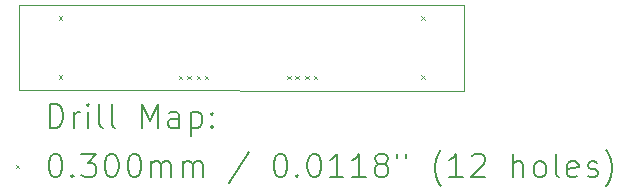
<source format=gbr>
%TF.GenerationSoftware,KiCad,Pcbnew,8.0.4*%
%TF.CreationDate,2024-09-11T12:06:31+03:00*%
%TF.ProjectId,LPF_434MHz,4c50465f-3433-4344-9d48-7a2e6b696361,rev?*%
%TF.SameCoordinates,Original*%
%TF.FileFunction,Drillmap*%
%TF.FilePolarity,Positive*%
%FSLAX45Y45*%
G04 Gerber Fmt 4.5, Leading zero omitted, Abs format (unit mm)*
G04 Created by KiCad (PCBNEW 8.0.4) date 2024-09-11 12:06:31*
%MOMM*%
%LPD*%
G01*
G04 APERTURE LIST*
%ADD10C,0.050000*%
%ADD11C,0.200000*%
%ADD12C,0.100000*%
G04 APERTURE END LIST*
D10*
X11310480Y-9648380D02*
X11310480Y-10374820D01*
X11310480Y-10374820D02*
X15077780Y-10375900D01*
X11310480Y-9648380D02*
X15077780Y-9649460D01*
X15077780Y-9649460D02*
X15077780Y-10375900D01*
D11*
D12*
X11643600Y-9746220D02*
X11673600Y-9776220D01*
X11673600Y-9746220D02*
X11643600Y-9776220D01*
X11643600Y-10246600D02*
X11673600Y-10276600D01*
X11673600Y-10246600D02*
X11643600Y-10276600D01*
X12659600Y-10251680D02*
X12689600Y-10281680D01*
X12689600Y-10251680D02*
X12659600Y-10281680D01*
X12729600Y-10251680D02*
X12759600Y-10281680D01*
X12759600Y-10251680D02*
X12729600Y-10281680D01*
X12810580Y-10251680D02*
X12840580Y-10281680D01*
X12840580Y-10251680D02*
X12810580Y-10281680D01*
X12880580Y-10251680D02*
X12910580Y-10281680D01*
X12910580Y-10251680D02*
X12880580Y-10281680D01*
X13577660Y-10250410D02*
X13607660Y-10280410D01*
X13607660Y-10250410D02*
X13577660Y-10280410D01*
X13647660Y-10250410D02*
X13677660Y-10280410D01*
X13677660Y-10250410D02*
X13647660Y-10280410D01*
X13732600Y-10251680D02*
X13762600Y-10281680D01*
X13762600Y-10251680D02*
X13732600Y-10281680D01*
X13802600Y-10251680D02*
X13832600Y-10281680D01*
X13832600Y-10251680D02*
X13802600Y-10281680D01*
X14711920Y-9746220D02*
X14741920Y-9776220D01*
X14741920Y-9746220D02*
X14711920Y-9776220D01*
X14711920Y-10246600D02*
X14741920Y-10276600D01*
X14741920Y-10246600D02*
X14711920Y-10276600D01*
D11*
X11568757Y-10689884D02*
X11568757Y-10489884D01*
X11568757Y-10489884D02*
X11616376Y-10489884D01*
X11616376Y-10489884D02*
X11644947Y-10499408D01*
X11644947Y-10499408D02*
X11663995Y-10518455D01*
X11663995Y-10518455D02*
X11673519Y-10537503D01*
X11673519Y-10537503D02*
X11683042Y-10575598D01*
X11683042Y-10575598D02*
X11683042Y-10604170D01*
X11683042Y-10604170D02*
X11673519Y-10642265D01*
X11673519Y-10642265D02*
X11663995Y-10661312D01*
X11663995Y-10661312D02*
X11644947Y-10680360D01*
X11644947Y-10680360D02*
X11616376Y-10689884D01*
X11616376Y-10689884D02*
X11568757Y-10689884D01*
X11768757Y-10689884D02*
X11768757Y-10556550D01*
X11768757Y-10594646D02*
X11778281Y-10575598D01*
X11778281Y-10575598D02*
X11787804Y-10566074D01*
X11787804Y-10566074D02*
X11806852Y-10556550D01*
X11806852Y-10556550D02*
X11825900Y-10556550D01*
X11892566Y-10689884D02*
X11892566Y-10556550D01*
X11892566Y-10489884D02*
X11883042Y-10499408D01*
X11883042Y-10499408D02*
X11892566Y-10508931D01*
X11892566Y-10508931D02*
X11902090Y-10499408D01*
X11902090Y-10499408D02*
X11892566Y-10489884D01*
X11892566Y-10489884D02*
X11892566Y-10508931D01*
X12016376Y-10689884D02*
X11997328Y-10680360D01*
X11997328Y-10680360D02*
X11987804Y-10661312D01*
X11987804Y-10661312D02*
X11987804Y-10489884D01*
X12121138Y-10689884D02*
X12102090Y-10680360D01*
X12102090Y-10680360D02*
X12092566Y-10661312D01*
X12092566Y-10661312D02*
X12092566Y-10489884D01*
X12349709Y-10689884D02*
X12349709Y-10489884D01*
X12349709Y-10489884D02*
X12416376Y-10632741D01*
X12416376Y-10632741D02*
X12483042Y-10489884D01*
X12483042Y-10489884D02*
X12483042Y-10689884D01*
X12663995Y-10689884D02*
X12663995Y-10585122D01*
X12663995Y-10585122D02*
X12654471Y-10566074D01*
X12654471Y-10566074D02*
X12635423Y-10556550D01*
X12635423Y-10556550D02*
X12597328Y-10556550D01*
X12597328Y-10556550D02*
X12578281Y-10566074D01*
X12663995Y-10680360D02*
X12644947Y-10689884D01*
X12644947Y-10689884D02*
X12597328Y-10689884D01*
X12597328Y-10689884D02*
X12578281Y-10680360D01*
X12578281Y-10680360D02*
X12568757Y-10661312D01*
X12568757Y-10661312D02*
X12568757Y-10642265D01*
X12568757Y-10642265D02*
X12578281Y-10623217D01*
X12578281Y-10623217D02*
X12597328Y-10613693D01*
X12597328Y-10613693D02*
X12644947Y-10613693D01*
X12644947Y-10613693D02*
X12663995Y-10604170D01*
X12759233Y-10556550D02*
X12759233Y-10756550D01*
X12759233Y-10566074D02*
X12778281Y-10556550D01*
X12778281Y-10556550D02*
X12816376Y-10556550D01*
X12816376Y-10556550D02*
X12835423Y-10566074D01*
X12835423Y-10566074D02*
X12844947Y-10575598D01*
X12844947Y-10575598D02*
X12854471Y-10594646D01*
X12854471Y-10594646D02*
X12854471Y-10651789D01*
X12854471Y-10651789D02*
X12844947Y-10670836D01*
X12844947Y-10670836D02*
X12835423Y-10680360D01*
X12835423Y-10680360D02*
X12816376Y-10689884D01*
X12816376Y-10689884D02*
X12778281Y-10689884D01*
X12778281Y-10689884D02*
X12759233Y-10680360D01*
X12940185Y-10670836D02*
X12949709Y-10680360D01*
X12949709Y-10680360D02*
X12940185Y-10689884D01*
X12940185Y-10689884D02*
X12930662Y-10680360D01*
X12930662Y-10680360D02*
X12940185Y-10670836D01*
X12940185Y-10670836D02*
X12940185Y-10689884D01*
X12940185Y-10566074D02*
X12949709Y-10575598D01*
X12949709Y-10575598D02*
X12940185Y-10585122D01*
X12940185Y-10585122D02*
X12930662Y-10575598D01*
X12930662Y-10575598D02*
X12940185Y-10566074D01*
X12940185Y-10566074D02*
X12940185Y-10585122D01*
D12*
X11277980Y-11003400D02*
X11307980Y-11033400D01*
X11307980Y-11003400D02*
X11277980Y-11033400D01*
D11*
X11606852Y-10909884D02*
X11625900Y-10909884D01*
X11625900Y-10909884D02*
X11644947Y-10919408D01*
X11644947Y-10919408D02*
X11654471Y-10928931D01*
X11654471Y-10928931D02*
X11663995Y-10947979D01*
X11663995Y-10947979D02*
X11673519Y-10986074D01*
X11673519Y-10986074D02*
X11673519Y-11033693D01*
X11673519Y-11033693D02*
X11663995Y-11071789D01*
X11663995Y-11071789D02*
X11654471Y-11090836D01*
X11654471Y-11090836D02*
X11644947Y-11100360D01*
X11644947Y-11100360D02*
X11625900Y-11109884D01*
X11625900Y-11109884D02*
X11606852Y-11109884D01*
X11606852Y-11109884D02*
X11587804Y-11100360D01*
X11587804Y-11100360D02*
X11578281Y-11090836D01*
X11578281Y-11090836D02*
X11568757Y-11071789D01*
X11568757Y-11071789D02*
X11559233Y-11033693D01*
X11559233Y-11033693D02*
X11559233Y-10986074D01*
X11559233Y-10986074D02*
X11568757Y-10947979D01*
X11568757Y-10947979D02*
X11578281Y-10928931D01*
X11578281Y-10928931D02*
X11587804Y-10919408D01*
X11587804Y-10919408D02*
X11606852Y-10909884D01*
X11759233Y-11090836D02*
X11768757Y-11100360D01*
X11768757Y-11100360D02*
X11759233Y-11109884D01*
X11759233Y-11109884D02*
X11749709Y-11100360D01*
X11749709Y-11100360D02*
X11759233Y-11090836D01*
X11759233Y-11090836D02*
X11759233Y-11109884D01*
X11835423Y-10909884D02*
X11959233Y-10909884D01*
X11959233Y-10909884D02*
X11892566Y-10986074D01*
X11892566Y-10986074D02*
X11921138Y-10986074D01*
X11921138Y-10986074D02*
X11940185Y-10995598D01*
X11940185Y-10995598D02*
X11949709Y-11005122D01*
X11949709Y-11005122D02*
X11959233Y-11024170D01*
X11959233Y-11024170D02*
X11959233Y-11071789D01*
X11959233Y-11071789D02*
X11949709Y-11090836D01*
X11949709Y-11090836D02*
X11940185Y-11100360D01*
X11940185Y-11100360D02*
X11921138Y-11109884D01*
X11921138Y-11109884D02*
X11863995Y-11109884D01*
X11863995Y-11109884D02*
X11844947Y-11100360D01*
X11844947Y-11100360D02*
X11835423Y-11090836D01*
X12083042Y-10909884D02*
X12102090Y-10909884D01*
X12102090Y-10909884D02*
X12121138Y-10919408D01*
X12121138Y-10919408D02*
X12130662Y-10928931D01*
X12130662Y-10928931D02*
X12140185Y-10947979D01*
X12140185Y-10947979D02*
X12149709Y-10986074D01*
X12149709Y-10986074D02*
X12149709Y-11033693D01*
X12149709Y-11033693D02*
X12140185Y-11071789D01*
X12140185Y-11071789D02*
X12130662Y-11090836D01*
X12130662Y-11090836D02*
X12121138Y-11100360D01*
X12121138Y-11100360D02*
X12102090Y-11109884D01*
X12102090Y-11109884D02*
X12083042Y-11109884D01*
X12083042Y-11109884D02*
X12063995Y-11100360D01*
X12063995Y-11100360D02*
X12054471Y-11090836D01*
X12054471Y-11090836D02*
X12044947Y-11071789D01*
X12044947Y-11071789D02*
X12035423Y-11033693D01*
X12035423Y-11033693D02*
X12035423Y-10986074D01*
X12035423Y-10986074D02*
X12044947Y-10947979D01*
X12044947Y-10947979D02*
X12054471Y-10928931D01*
X12054471Y-10928931D02*
X12063995Y-10919408D01*
X12063995Y-10919408D02*
X12083042Y-10909884D01*
X12273519Y-10909884D02*
X12292566Y-10909884D01*
X12292566Y-10909884D02*
X12311614Y-10919408D01*
X12311614Y-10919408D02*
X12321138Y-10928931D01*
X12321138Y-10928931D02*
X12330662Y-10947979D01*
X12330662Y-10947979D02*
X12340185Y-10986074D01*
X12340185Y-10986074D02*
X12340185Y-11033693D01*
X12340185Y-11033693D02*
X12330662Y-11071789D01*
X12330662Y-11071789D02*
X12321138Y-11090836D01*
X12321138Y-11090836D02*
X12311614Y-11100360D01*
X12311614Y-11100360D02*
X12292566Y-11109884D01*
X12292566Y-11109884D02*
X12273519Y-11109884D01*
X12273519Y-11109884D02*
X12254471Y-11100360D01*
X12254471Y-11100360D02*
X12244947Y-11090836D01*
X12244947Y-11090836D02*
X12235423Y-11071789D01*
X12235423Y-11071789D02*
X12225900Y-11033693D01*
X12225900Y-11033693D02*
X12225900Y-10986074D01*
X12225900Y-10986074D02*
X12235423Y-10947979D01*
X12235423Y-10947979D02*
X12244947Y-10928931D01*
X12244947Y-10928931D02*
X12254471Y-10919408D01*
X12254471Y-10919408D02*
X12273519Y-10909884D01*
X12425900Y-11109884D02*
X12425900Y-10976550D01*
X12425900Y-10995598D02*
X12435423Y-10986074D01*
X12435423Y-10986074D02*
X12454471Y-10976550D01*
X12454471Y-10976550D02*
X12483043Y-10976550D01*
X12483043Y-10976550D02*
X12502090Y-10986074D01*
X12502090Y-10986074D02*
X12511614Y-11005122D01*
X12511614Y-11005122D02*
X12511614Y-11109884D01*
X12511614Y-11005122D02*
X12521138Y-10986074D01*
X12521138Y-10986074D02*
X12540185Y-10976550D01*
X12540185Y-10976550D02*
X12568757Y-10976550D01*
X12568757Y-10976550D02*
X12587804Y-10986074D01*
X12587804Y-10986074D02*
X12597328Y-11005122D01*
X12597328Y-11005122D02*
X12597328Y-11109884D01*
X12692566Y-11109884D02*
X12692566Y-10976550D01*
X12692566Y-10995598D02*
X12702090Y-10986074D01*
X12702090Y-10986074D02*
X12721138Y-10976550D01*
X12721138Y-10976550D02*
X12749709Y-10976550D01*
X12749709Y-10976550D02*
X12768757Y-10986074D01*
X12768757Y-10986074D02*
X12778281Y-11005122D01*
X12778281Y-11005122D02*
X12778281Y-11109884D01*
X12778281Y-11005122D02*
X12787804Y-10986074D01*
X12787804Y-10986074D02*
X12806852Y-10976550D01*
X12806852Y-10976550D02*
X12835423Y-10976550D01*
X12835423Y-10976550D02*
X12854471Y-10986074D01*
X12854471Y-10986074D02*
X12863995Y-11005122D01*
X12863995Y-11005122D02*
X12863995Y-11109884D01*
X13254471Y-10900360D02*
X13083043Y-11157503D01*
X13511614Y-10909884D02*
X13530662Y-10909884D01*
X13530662Y-10909884D02*
X13549709Y-10919408D01*
X13549709Y-10919408D02*
X13559233Y-10928931D01*
X13559233Y-10928931D02*
X13568757Y-10947979D01*
X13568757Y-10947979D02*
X13578281Y-10986074D01*
X13578281Y-10986074D02*
X13578281Y-11033693D01*
X13578281Y-11033693D02*
X13568757Y-11071789D01*
X13568757Y-11071789D02*
X13559233Y-11090836D01*
X13559233Y-11090836D02*
X13549709Y-11100360D01*
X13549709Y-11100360D02*
X13530662Y-11109884D01*
X13530662Y-11109884D02*
X13511614Y-11109884D01*
X13511614Y-11109884D02*
X13492566Y-11100360D01*
X13492566Y-11100360D02*
X13483043Y-11090836D01*
X13483043Y-11090836D02*
X13473519Y-11071789D01*
X13473519Y-11071789D02*
X13463995Y-11033693D01*
X13463995Y-11033693D02*
X13463995Y-10986074D01*
X13463995Y-10986074D02*
X13473519Y-10947979D01*
X13473519Y-10947979D02*
X13483043Y-10928931D01*
X13483043Y-10928931D02*
X13492566Y-10919408D01*
X13492566Y-10919408D02*
X13511614Y-10909884D01*
X13663995Y-11090836D02*
X13673519Y-11100360D01*
X13673519Y-11100360D02*
X13663995Y-11109884D01*
X13663995Y-11109884D02*
X13654471Y-11100360D01*
X13654471Y-11100360D02*
X13663995Y-11090836D01*
X13663995Y-11090836D02*
X13663995Y-11109884D01*
X13797328Y-10909884D02*
X13816376Y-10909884D01*
X13816376Y-10909884D02*
X13835424Y-10919408D01*
X13835424Y-10919408D02*
X13844947Y-10928931D01*
X13844947Y-10928931D02*
X13854471Y-10947979D01*
X13854471Y-10947979D02*
X13863995Y-10986074D01*
X13863995Y-10986074D02*
X13863995Y-11033693D01*
X13863995Y-11033693D02*
X13854471Y-11071789D01*
X13854471Y-11071789D02*
X13844947Y-11090836D01*
X13844947Y-11090836D02*
X13835424Y-11100360D01*
X13835424Y-11100360D02*
X13816376Y-11109884D01*
X13816376Y-11109884D02*
X13797328Y-11109884D01*
X13797328Y-11109884D02*
X13778281Y-11100360D01*
X13778281Y-11100360D02*
X13768757Y-11090836D01*
X13768757Y-11090836D02*
X13759233Y-11071789D01*
X13759233Y-11071789D02*
X13749709Y-11033693D01*
X13749709Y-11033693D02*
X13749709Y-10986074D01*
X13749709Y-10986074D02*
X13759233Y-10947979D01*
X13759233Y-10947979D02*
X13768757Y-10928931D01*
X13768757Y-10928931D02*
X13778281Y-10919408D01*
X13778281Y-10919408D02*
X13797328Y-10909884D01*
X14054471Y-11109884D02*
X13940186Y-11109884D01*
X13997328Y-11109884D02*
X13997328Y-10909884D01*
X13997328Y-10909884D02*
X13978281Y-10938455D01*
X13978281Y-10938455D02*
X13959233Y-10957503D01*
X13959233Y-10957503D02*
X13940186Y-10967027D01*
X14244947Y-11109884D02*
X14130662Y-11109884D01*
X14187805Y-11109884D02*
X14187805Y-10909884D01*
X14187805Y-10909884D02*
X14168757Y-10938455D01*
X14168757Y-10938455D02*
X14149709Y-10957503D01*
X14149709Y-10957503D02*
X14130662Y-10967027D01*
X14359233Y-10995598D02*
X14340186Y-10986074D01*
X14340186Y-10986074D02*
X14330662Y-10976550D01*
X14330662Y-10976550D02*
X14321138Y-10957503D01*
X14321138Y-10957503D02*
X14321138Y-10947979D01*
X14321138Y-10947979D02*
X14330662Y-10928931D01*
X14330662Y-10928931D02*
X14340186Y-10919408D01*
X14340186Y-10919408D02*
X14359233Y-10909884D01*
X14359233Y-10909884D02*
X14397328Y-10909884D01*
X14397328Y-10909884D02*
X14416376Y-10919408D01*
X14416376Y-10919408D02*
X14425900Y-10928931D01*
X14425900Y-10928931D02*
X14435424Y-10947979D01*
X14435424Y-10947979D02*
X14435424Y-10957503D01*
X14435424Y-10957503D02*
X14425900Y-10976550D01*
X14425900Y-10976550D02*
X14416376Y-10986074D01*
X14416376Y-10986074D02*
X14397328Y-10995598D01*
X14397328Y-10995598D02*
X14359233Y-10995598D01*
X14359233Y-10995598D02*
X14340186Y-11005122D01*
X14340186Y-11005122D02*
X14330662Y-11014646D01*
X14330662Y-11014646D02*
X14321138Y-11033693D01*
X14321138Y-11033693D02*
X14321138Y-11071789D01*
X14321138Y-11071789D02*
X14330662Y-11090836D01*
X14330662Y-11090836D02*
X14340186Y-11100360D01*
X14340186Y-11100360D02*
X14359233Y-11109884D01*
X14359233Y-11109884D02*
X14397328Y-11109884D01*
X14397328Y-11109884D02*
X14416376Y-11100360D01*
X14416376Y-11100360D02*
X14425900Y-11090836D01*
X14425900Y-11090836D02*
X14435424Y-11071789D01*
X14435424Y-11071789D02*
X14435424Y-11033693D01*
X14435424Y-11033693D02*
X14425900Y-11014646D01*
X14425900Y-11014646D02*
X14416376Y-11005122D01*
X14416376Y-11005122D02*
X14397328Y-10995598D01*
X14511614Y-10909884D02*
X14511614Y-10947979D01*
X14587805Y-10909884D02*
X14587805Y-10947979D01*
X14883043Y-11186074D02*
X14873519Y-11176550D01*
X14873519Y-11176550D02*
X14854471Y-11147979D01*
X14854471Y-11147979D02*
X14844948Y-11128931D01*
X14844948Y-11128931D02*
X14835424Y-11100360D01*
X14835424Y-11100360D02*
X14825900Y-11052741D01*
X14825900Y-11052741D02*
X14825900Y-11014646D01*
X14825900Y-11014646D02*
X14835424Y-10967027D01*
X14835424Y-10967027D02*
X14844948Y-10938455D01*
X14844948Y-10938455D02*
X14854471Y-10919408D01*
X14854471Y-10919408D02*
X14873519Y-10890836D01*
X14873519Y-10890836D02*
X14883043Y-10881312D01*
X15063995Y-11109884D02*
X14949709Y-11109884D01*
X15006852Y-11109884D02*
X15006852Y-10909884D01*
X15006852Y-10909884D02*
X14987805Y-10938455D01*
X14987805Y-10938455D02*
X14968757Y-10957503D01*
X14968757Y-10957503D02*
X14949709Y-10967027D01*
X15140186Y-10928931D02*
X15149709Y-10919408D01*
X15149709Y-10919408D02*
X15168757Y-10909884D01*
X15168757Y-10909884D02*
X15216376Y-10909884D01*
X15216376Y-10909884D02*
X15235424Y-10919408D01*
X15235424Y-10919408D02*
X15244948Y-10928931D01*
X15244948Y-10928931D02*
X15254471Y-10947979D01*
X15254471Y-10947979D02*
X15254471Y-10967027D01*
X15254471Y-10967027D02*
X15244948Y-10995598D01*
X15244948Y-10995598D02*
X15130662Y-11109884D01*
X15130662Y-11109884D02*
X15254471Y-11109884D01*
X15492567Y-11109884D02*
X15492567Y-10909884D01*
X15578281Y-11109884D02*
X15578281Y-11005122D01*
X15578281Y-11005122D02*
X15568757Y-10986074D01*
X15568757Y-10986074D02*
X15549710Y-10976550D01*
X15549710Y-10976550D02*
X15521138Y-10976550D01*
X15521138Y-10976550D02*
X15502090Y-10986074D01*
X15502090Y-10986074D02*
X15492567Y-10995598D01*
X15702090Y-11109884D02*
X15683043Y-11100360D01*
X15683043Y-11100360D02*
X15673519Y-11090836D01*
X15673519Y-11090836D02*
X15663995Y-11071789D01*
X15663995Y-11071789D02*
X15663995Y-11014646D01*
X15663995Y-11014646D02*
X15673519Y-10995598D01*
X15673519Y-10995598D02*
X15683043Y-10986074D01*
X15683043Y-10986074D02*
X15702090Y-10976550D01*
X15702090Y-10976550D02*
X15730662Y-10976550D01*
X15730662Y-10976550D02*
X15749710Y-10986074D01*
X15749710Y-10986074D02*
X15759233Y-10995598D01*
X15759233Y-10995598D02*
X15768757Y-11014646D01*
X15768757Y-11014646D02*
X15768757Y-11071789D01*
X15768757Y-11071789D02*
X15759233Y-11090836D01*
X15759233Y-11090836D02*
X15749710Y-11100360D01*
X15749710Y-11100360D02*
X15730662Y-11109884D01*
X15730662Y-11109884D02*
X15702090Y-11109884D01*
X15883043Y-11109884D02*
X15863995Y-11100360D01*
X15863995Y-11100360D02*
X15854471Y-11081312D01*
X15854471Y-11081312D02*
X15854471Y-10909884D01*
X16035424Y-11100360D02*
X16016376Y-11109884D01*
X16016376Y-11109884D02*
X15978281Y-11109884D01*
X15978281Y-11109884D02*
X15959233Y-11100360D01*
X15959233Y-11100360D02*
X15949710Y-11081312D01*
X15949710Y-11081312D02*
X15949710Y-11005122D01*
X15949710Y-11005122D02*
X15959233Y-10986074D01*
X15959233Y-10986074D02*
X15978281Y-10976550D01*
X15978281Y-10976550D02*
X16016376Y-10976550D01*
X16016376Y-10976550D02*
X16035424Y-10986074D01*
X16035424Y-10986074D02*
X16044948Y-11005122D01*
X16044948Y-11005122D02*
X16044948Y-11024170D01*
X16044948Y-11024170D02*
X15949710Y-11043217D01*
X16121138Y-11100360D02*
X16140186Y-11109884D01*
X16140186Y-11109884D02*
X16178281Y-11109884D01*
X16178281Y-11109884D02*
X16197329Y-11100360D01*
X16197329Y-11100360D02*
X16206852Y-11081312D01*
X16206852Y-11081312D02*
X16206852Y-11071789D01*
X16206852Y-11071789D02*
X16197329Y-11052741D01*
X16197329Y-11052741D02*
X16178281Y-11043217D01*
X16178281Y-11043217D02*
X16149710Y-11043217D01*
X16149710Y-11043217D02*
X16130662Y-11033693D01*
X16130662Y-11033693D02*
X16121138Y-11014646D01*
X16121138Y-11014646D02*
X16121138Y-11005122D01*
X16121138Y-11005122D02*
X16130662Y-10986074D01*
X16130662Y-10986074D02*
X16149710Y-10976550D01*
X16149710Y-10976550D02*
X16178281Y-10976550D01*
X16178281Y-10976550D02*
X16197329Y-10986074D01*
X16273519Y-11186074D02*
X16283043Y-11176550D01*
X16283043Y-11176550D02*
X16302091Y-11147979D01*
X16302091Y-11147979D02*
X16311614Y-11128931D01*
X16311614Y-11128931D02*
X16321138Y-11100360D01*
X16321138Y-11100360D02*
X16330662Y-11052741D01*
X16330662Y-11052741D02*
X16330662Y-11014646D01*
X16330662Y-11014646D02*
X16321138Y-10967027D01*
X16321138Y-10967027D02*
X16311614Y-10938455D01*
X16311614Y-10938455D02*
X16302091Y-10919408D01*
X16302091Y-10919408D02*
X16283043Y-10890836D01*
X16283043Y-10890836D02*
X16273519Y-10881312D01*
M02*

</source>
